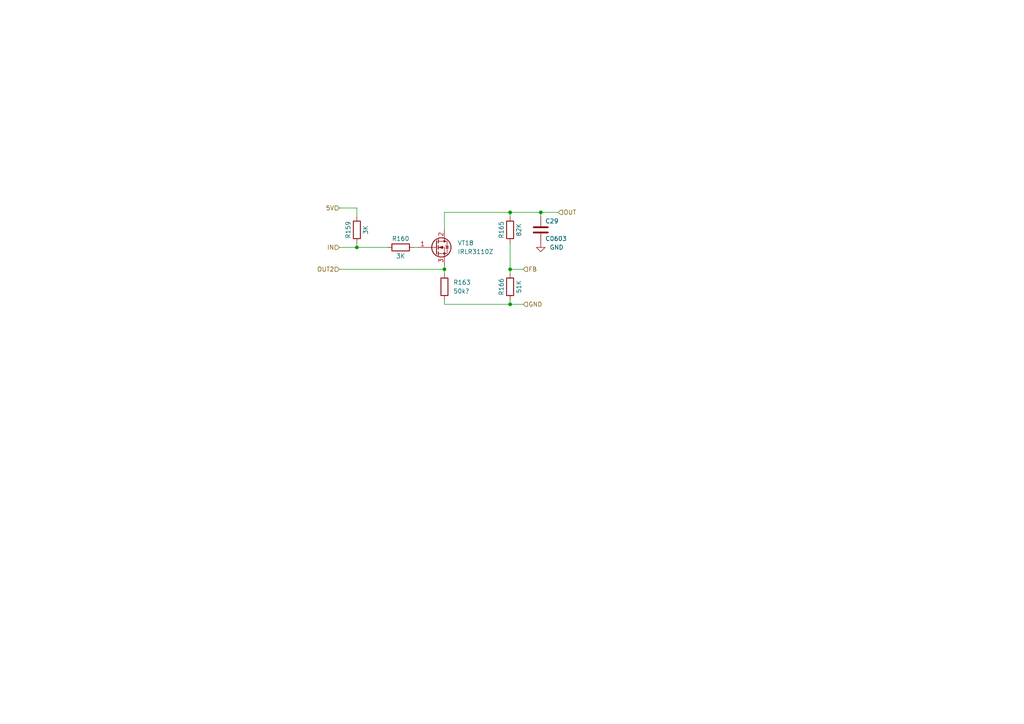
<source format=kicad_sch>
(kicad_sch (version 20211123) (generator eeschema)
  (paper "A4")
  (lib_symbols
    (symbol "Device:C" (pin_numbers hide) (pin_names (offset 0.254))
      (property "Reference" "C" (at 0.635 2.54 0))
      (property "Value" "C" (at 0.635 -2.54 0))
      (symbol "C_0_1"
        (polyline (pts (xy -2.032 -0.762) (xy 2.032 -0.762)) (stroke (width 0.508)))
        (polyline (pts (xy -2.032 0.762) (xy 2.032 0.762)) (stroke (width 0.508)))
      )
      (symbol "C_1_1"
        (pin passive line (at 0 3.81 270) (length 2.794) (name "~") (number "1"))
        (pin passive line (at 0 -3.81 90) (length 2.794) (name "~") (number "2"))
      )
    )
    (symbol "Device:R" (pin_numbers hide) (pin_names (offset 0))
      (property "Reference" "R" (at 2.032 0 90))
      (property "Value" "R" (at 0 0 90))
      (symbol "R_0_1"
        (rectangle (start -1.016 -2.54) (end 1.016 2.54) (stroke (width 0.254)))
      )
      (symbol "R_1_1"
        (pin passive line (at 0 3.81 270) (length 1.27) (name "~") (number "1"))
        (pin passive line (at 0 -3.81 90) (length 1.27) (name "~") (number "2"))
      )
    )
    (symbol "Transistor_FET:IRFS4115" (pin_names hide)
      (property "Reference" "Q" (at 5.08 1.905 0))
      (property "Value" "IRFS4115" (at 5.08 0 0))
      (symbol "IRFS4115_0_1"
        (polyline (pts (xy 0.254 0) (xy -2.54 0)))
        (polyline (pts (xy 0.254 1.905) (xy 0.254 -1.905)) (stroke (width 0.254)))
        (polyline (pts (xy 0.762 -1.27) (xy 0.762 -2.286)) (stroke (width 0.254)))
        (polyline (pts (xy 0.762 0.508) (xy 0.762 -0.508)) (stroke (width 0.254)))
        (polyline (pts (xy 0.762 2.286) (xy 0.762 1.27)) (stroke (width 0.254)))
        (polyline (pts (xy 2.54 2.54) (xy 2.54 1.778)))
        (polyline (pts (xy 2.54 -2.54) (xy 2.54 0) (xy 0.762 0)))
        (polyline (pts (xy 0.762 -1.778) (xy 3.302 -1.778) (xy 3.302 1.778) (xy 0.762 1.778)))
        (polyline (pts (xy 1.016 0) (xy 2.032 0.381) (xy 2.032 -0.381) (xy 1.016 0)) (fill (type outline)))
        (polyline (pts (xy 2.794 0.508) (xy 2.921 0.381) (xy 3.683 0.381) (xy 3.81 0.254)))
        (polyline (pts (xy 3.302 0.381) (xy 2.921 -0.254) (xy 3.683 -0.254) (xy 3.302 0.381)))
        (circle (center 1.651 0) (radius 2.794) (stroke (width 0.254)))
        (circle (center 2.54 -1.778) (radius 0.254) (fill (type outline)))
        (circle (center 2.54 1.778) (radius 0.254) (fill (type outline)))
      )
      (symbol "IRFS4115_1_1"
        (pin passive line (at -5.08 0 0) (length 2.54) (name "G") (number "1"))
        (pin passive line (at 2.54 5.08 270) (length 2.54) (name "D") (number "2"))
        (pin passive line (at 2.54 -5.08 90) (length 2.54) (name "S") (number "3"))
      )
    )
    (symbol "power:GND" (power) (pin_names (offset 0))
      (property "Value" "GND" (at 0 -3.81 0))
      (symbol "GND_0_1"
        (polyline (pts (xy 0 0) (xy 0 -1.27) (xy 1.27 -1.27) (xy 0 -2.54) (xy -1.27 -1.27) (xy 0 -1.27)))
      )
      (symbol "GND_1_1"
        (pin power_in line (at 0 0 270) (length 0) hide (name "GND") (number "1"))
      )
    )
  )
  (junction (at 103.505 71.755))
  (junction (at 147.955 88.265))
  (junction (at 147.955 61.595))
  (junction (at 128.905 78.105))
  (junction (at 147.955 78.105))
  (junction (at 156.845 61.595))
  (wire (pts (xy 147.955 61.595) (xy 147.955 62.865)))
  (wire (pts (xy 147.955 70.485) (xy 147.955 78.105)))
  (wire (pts (xy 120.015 71.755) (xy 121.285 71.755)))
  (wire (pts (xy 103.505 71.755) (xy 112.395 71.755)))
  (wire (pts (xy 98.425 60.325) (xy 103.505 60.325)))
  (wire (pts (xy 128.905 76.835) (xy 128.905 78.105)))
  (wire (pts (xy 128.905 78.105) (xy 128.905 79.375)))
  (wire (pts (xy 156.845 61.595) (xy 156.845 62.865)))
  (wire (pts (xy 98.425 78.105) (xy 128.905 78.105)))
  (wire (pts (xy 98.425 71.755) (xy 103.505 71.755)))
  (wire (pts (xy 103.505 70.485) (xy 103.505 71.755)))
  (wire (pts (xy 128.905 61.595) (xy 128.905 66.675)))
  (wire (pts (xy 147.955 78.105) (xy 147.955 79.375)))
  (wire (pts (xy 147.955 88.265) (xy 151.765 88.265)))
  (wire (pts (xy 103.505 60.325) (xy 103.505 62.865)))
  (wire (pts (xy 156.845 61.595) (xy 147.955 61.595)))
  (wire (pts (xy 147.955 78.105) (xy 151.765 78.105)))
  (wire (pts (xy 147.955 61.595) (xy 128.905 61.595)))
  (wire (pts (xy 128.905 88.265) (xy 147.955 88.265)))
  (wire (pts (xy 128.905 88.265) (xy 128.905 86.995)))
  (wire (pts (xy 161.925 61.595) (xy 156.845 61.595)))
  (wire (pts (xy 147.955 86.995) (xy 147.955 88.265)))
  (hierarchical_label "5V" (shape input) (at 98.425 60.325 180))
  (hierarchical_label "GND" (shape input) (at 151.765 88.265 0))
  (hierarchical_label "IN" (shape input) (at 98.425 71.755 180))
  (hierarchical_label "OUT" (shape input) (at 161.925 61.595 0))
  (hierarchical_label "FB" (shape input) (at 151.765 78.105 0))
  (hierarchical_label "OUT2" (shape input) (at 98.425 78.105 180))
  (symbol (lib_id "Transistor_FET:IRFS4115") (at 126.365 71.755 0) (unit 1)
    (property "Reference" "VT18" (at 132.715 70.4849 0) (effects (justify left)))
    (property "Value" "IRLR3110Z" (at 132.715 73.0249 0) (effects (justify left)))
    (property "Footprint" "Package_TO_SOT_SMD:TO-252-2" (effects hide))
    (property "Datasheet" "https://www.infineon.com/dgdl/irfs4115pbf.pdf?fileId=5546d462533600a401535636e5d2218f" (effects hide))
  )
  (symbol (lib_id "Device:R") (at 147.955 66.675 180) (unit 1)
    (property "Reference" "R165" (at 145.415 66.675 90))
    (property "Value" "82K" (at 150.495 66.675 90))
    (property "Footprint" "Resistor_SMD:R_0805_2012Metric" (effects hide))
  )
  (symbol (lib_id "power:GND") (at 156.845 70.485 0) (unit 1)
    (property "Reference" "#PWR0170" (effects hide))
    (property "Value" "GND" (at 159.385 71.7549 0) (effects (justify left)))
  )
  (symbol (lib_id "Device:R") (at 147.955 83.185 180) (unit 1)
    (property "Reference" "R166" (at 145.415 83.185 90))
    (property "Value" "51K" (at 150.495 83.185 90))
    (property "Footprint" "Resistor_SMD:R_0603_1608Metric" (effects hide))
  )
  (symbol (lib_id "Device:R") (at 128.905 83.185 0) (unit 1)
    (property "Reference" "R163" (at 131.445 81.9149 0) (effects (justify left)))
    (property "Value" "50k?" (at 131.445 84.4549 0) (effects (justify left)))
    (property "Footprint" "Resistor_SMD:R_2512_6332Metric" (effects hide))
  )
  (symbol (lib_id "Device:R") (at 116.205 71.755 90) (unit 1)
    (property "Reference" "R160" (at 116.205 69.215 90))
    (property "Value" "3K" (at 116.205 74.295 90))
    (property "Footprint" "Resistor_SMD:R_0603_1608Metric" (effects hide))
  )
  (symbol (lib_id "Device:C") (at 156.845 66.675 0) (unit 1)
    (property "Reference" "C29" (at 158.115 64.135 0) (effects (justify left)))
    (property "Value" "C0603" (at 158.115 69.215 0) (effects (justify left)))
    (property "Footprint" "Capacitor_SMD:C_0603_1608Metric" (effects hide))
    (property "PageName" "stm32f407_board" (effects hide))
    (property "Part #" "C0603" (effects hide))
  )
  (symbol (lib_id "Device:R") (at 103.505 66.675 180) (unit 1)
    (property "Reference" "R159" (at 100.965 66.675 90))
    (property "Value" "3K" (at 106.045 66.675 90))
    (property "Footprint" "Resistor_SMD:R_0603_1608Metric" (effects hide))
  )
)
</source>
